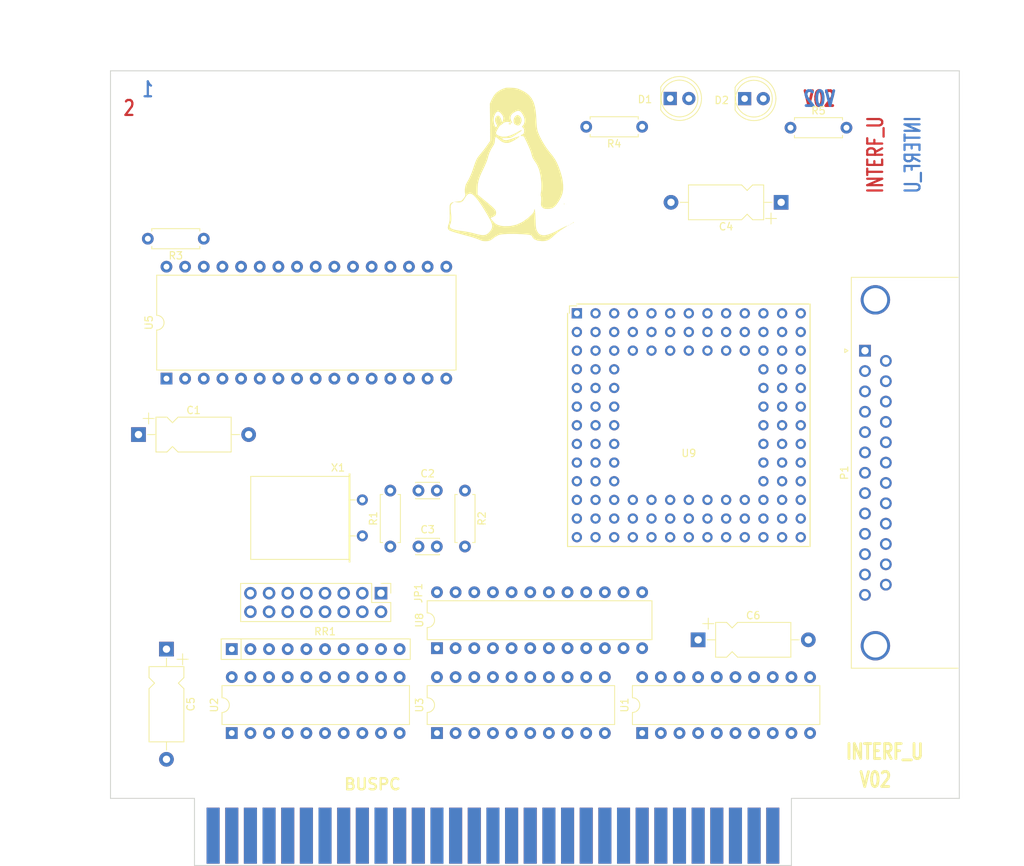
<source format=kicad_pcb>
(kicad_pcb (version 20241229) (generator "pcbnew") (generator_version "9.0")
  (title_block (title "Demo") (rev "2.C") (company "Kicad"))
  (layers (0 "F.Cu" signal "top_copper") (2 "B.Cu" signal "bottom_copper") (13 "F.Paste" user) (15 "B.Paste" user) (5 "F.SilkS" user "F.Silkscreen") (7 "B.SilkS" user "B.Silkscreen") (1 "F.Mask" user) (3 "B.Mask" user) (25 "Edge.Cuts" user))
  (net 0 "")
  (net 1 "/8MH-OUT")
  (net 2 "/ACK")
  (net 3 "/AUTOFD-")
  (net 4 "/BIT0")
  (net 5 "/BIT1")
  (net 6 "/BIT2")
  (net 7 "/BIT3")
  (net 8 "/BIT4")
  (net 9 "/BIT5")
  (net 10 "/BIT6")
  (net 11 "/BIT7")
  (net 12 "/BUST+")
  (net 13 "/CLKLCA")
  (net 14 "/CS1-")
  (net 15 "/D0")
  (net 16 "/D1")
  (net 17 "/D2")
  (net 18 "/D3")
  (net 19 "/D4")
  (net 20 "/D5")
  (net 21 "/D6")
  (net 22 "/D7")
  (net 23 "/DIR")
  (net 24 "/DONE")
  (net 25 "/ENBBUF")
  (net 26 "/ERROR-")
  (net 27 "/INIT-")
  (net 28 "/LED1")
  (net 29 "/LED2")
  (net 30 "/MA0")
  (net 31 "/MA1")
  (net 32 "/MA10")
  (net 33 "/MA11")
  (net 34 "/MA12")
  (net 35 "/MA13")
  (net 36 "/MA14")
  (net 37 "/MA15")
  (net 38 "/MA16")
  (net 39 "/MA2")
  (net 40 "/MA3")
  (net 41 "/MA4")
  (net 42 "/MA5")
  (net 43 "/MA6")
  (net 44 "/MA7")
  (net 45 "/MA8")
  (net 46 "/MA9")
  (net 47 "/MATCHL")
  (net 48 "/MD0")
  (net 49 "/MD1")
  (net 50 "/MD2")
  (net 51 "/MD3")
  (net 52 "/MD4")
  (net 53 "/MD5")
  (net 54 "/MD6")
  (net 55 "/MD7")
  (net 56 "/OE-")
  (net 57 "/PC-A0")
  (net 58 "/PC-A1")
  (net 59 "/PC-A10")
  (net 60 "/PC-A11")
  (net 61 "/PC-A2")
  (net 62 "/PC-A3")
  (net 63 "/PC-A4")
  (net 64 "/PC-A5")
  (net 65 "/PC-A6")
  (net 66 "/PC-A7")
  (net 67 "/PC-A8")
  (net 68 "/PC-A9")
  (net 69 "/PC-AEN")
  (net 70 "/PC-DB0")
  (net 71 "/PC-DB1")
  (net 72 "/PC-DB2")
  (net 73 "/PC-DB3")
  (net 74 "/PC-DB4")
  (net 75 "/PC-DB5")
  (net 76 "/PC-DB6")
  (net 77 "/PC-DB7")
  (net 78 "/PC-IOR")
  (net 79 "/PC-IOW")
  (net 80 "/PC-RD")
  (net 81 "/PC-RST")
  (net 82 "/PC-WR")
  (net 83 "/PE+")
  (net 84 "/PROG-")
  (net 85 "/REF10")
  (net 86 "/REF11")
  (net 87 "/REF4")
  (net 88 "/REF5")
  (net 89 "/REF6")
  (net 90 "/REF7")
  (net 91 "/REF8")
  (net 92 "/REF9")
  (net 93 "/RSTL")
  (net 94 "/SEL_LPT")
  (net 95 "/SLCT+")
  (net 96 "/SLCTIN-")
  (net 97 "/STROBE")
  (net 98 "/WR-")
  (net 99 "/WR_REG")
  (net 100 "GND")
  (net 101 "VCC")
  (net 103 "Net-(C3-Pad1)")
  (net 137 "Net-(U9-P{slash}A3)")
  (net 138 "Net-(D1-A)")
  (net 139 "Net-(D2-A)")
  (net 140 "Net-(U5-CS2)")
  (net 143 "Net-(U3-Y3)")
  (net 144 "Net-(U3-Y2)")
  (net 145 "Net-(U3-Y1)")
  (net 146 "Net-(U3-Y0)")
  (footprint "interf_u:R_Axial_DIN0207_L6.3mm_D2.5mm_P7.62mm_Horizontal" (layer "F.Cu") (at 171.958 42.037)
    (property "Reference" "R5" (at 3.81 -2.31 0) (layer "F.SilkS"))
    (property "Value" "330")
    (pad "1" thru_hole circle (at 0 0) (size 1.6 1.6) (drill 0.8) (layers "*.Cu" "*.Mask") (net 139 "Net-(D2-A)"))
    (pad "2" thru_hole oval (at 7.62 0) (size 1.6 1.6) (drill 0.8) (layers "*.Cu" "*.Mask") (net 29 "/LED2"))
  )
  (footprint "interf_u:CP_Axial_L10.0mm_D4.5mm_P15.00mm_Horizontal" (layer "F.Cu") (at 159.385 111.76)
    (property "Reference" "C6" (at 7.5 -3.31 0) (layer "F.SilkS"))
    (property "Value" "47uF")
    (pad "1" thru_hole rect (at 0 0) (size 2 2) (drill 1) (layers "*.Cu" "*.Mask") (net 101 "VCC"))
    (pad "2" thru_hole oval (at 15 0) (size 2 2) (drill 1) (layers "*.Cu" "*.Mask") (net 100 "GND"))
  )
  (footprint "interf_u:CP_Axial_L10.0mm_D4.5mm_P15.00mm_Horizontal" (layer "F.Cu") (at 86.995 113.03 -90)
    (property "Reference" "C5" (at 7.5 -3.31 270) (layer "F.SilkS"))
    (property "Value" "47uF")
    (pad "1" thru_hole rect (at 0 0 270) (size 2 2) (drill 1) (layers "*.Cu" "*.Mask") (net 101 "VCC"))
    (pad "2" thru_hole oval (at 15 0 270) (size 2 2) (drill 1) (layers "*.Cu" "*.Mask") (net 100 "GND"))
  )
  (footprint "interf_u:CP_Axial_L10.0mm_D4.5mm_P15.00mm_Horizontal" (layer "F.Cu") (at 170.688 52.197 180)
    (property "Reference" "C4" (at 7.5 -3.31 180) (layer "F.SilkS"))
    (property "Value" "47uF")
    (pad "1" thru_hole rect (at 0 0 180) (size 2 2) (drill 1) (layers "*.Cu" "*.Mask") (net 101 "VCC"))
    (pad "2" thru_hole oval (at 15 0 180) (size 2 2) (drill 1) (layers "*.Cu" "*.Mask") (net 100 "GND"))
  )
  (footprint "interf_u:CP_Axial_L10.0mm_D4.5mm_P15.00mm_Horizontal" (layer "F.Cu") (at 83.185 83.82)
    (property "Reference" "C1" (at 7.5 -3.31 0) (layer "F.SilkS"))
    (property "Value" "47uF")
    (pad "1" thru_hole rect (at 0 0) (size 2 2) (drill 1) (layers "*.Cu" "*.Mask") (net 101 "VCC"))
    (pad "2" thru_hole oval (at 15 0) (size 2 2) (drill 1) (layers "*.Cu" "*.Mask") (net 100 "GND"))
  )
  (footprint "interf_u:C_Disc_D3.0mm_W2.0mm_P2.50mm" (layer "F.Cu") (at 121.305 91.44)
    (property "Reference" "C2" (at 1.25 -2.31 0) (layer "F.SilkS"))
    (property "Value" "47pF")
    (pad "1" thru_hole circle (at 0 0) (size 1.6 1.6) (drill 0.8) (layers "*.Cu" "*.Mask") (net 137 "Net-(U9-P{slash}A3)"))
    (pad "2" thru_hole circle (at 2.5 0) (size 1.6 1.6) (drill 0.8) (layers "*.Cu" "*.Mask") (net 100 "GND"))
  )
  (footprint "interf_u:C_Disc_D3.0mm_W2.0mm_P2.50mm" (layer "F.Cu") (at 121.305 99.06)
    (property "Reference" "C3" (at 1.25 -2.31 0) (layer "F.SilkS"))
    (property "Value" "47pF")
    (pad "1" thru_hole circle (at 0 0) (size 1.6 1.6) (drill 0.8) (layers "*.Cu" "*.Mask") (net 103 "Net-(C3-Pad1)"))
    (pad "2" thru_hole circle (at 2.5 0) (size 1.6 1.6) (drill 0.8) (layers "*.Cu" "*.Mask") (net 100 "GND"))
  )
  (footprint "interf_u:PinHeader_2x08_P2.54mm_Vertical" (layer "F.Cu") (at 116.205 105.41 -90)
    (property "Reference" "JP1" (at 0 -5.1 270) (layer "F.SilkS"))
    (property "Value" "CONN_8X2" (hide yes))
    (pad "1" thru_hole rect (at 0 0 270) (size 1.7 1.7) (drill 1) (layers "*.Cu" "*.Mask") (net 100 "GND"))
    (pad "2" thru_hole oval (at 2.54 0 270) (size 1.7 1.7) (drill 1) (layers "*.Cu" "*.Mask") (net 85 "/REF10"))
    (pad "3" thru_hole oval (at 0 2.54 270) (size 1.7 1.7) (drill 1) (layers "*.Cu" "*.Mask") (net 100 "GND"))
    (pad "4" thru_hole oval (at 2.54 2.54 270) (size 1.7 1.7) (drill 1) (layers "*.Cu" "*.Mask") (net 86 "/REF11"))
    (pad "5" thru_hole oval (at 0 5.08 270) (size 1.7 1.7) (drill 1) (layers "*.Cu" "*.Mask") (net 100 "GND"))
    (pad "6" thru_hole oval (at 2.54 5.08 270) (size 1.7 1.7) (drill 1) (layers "*.Cu" "*.Mask") (net 90 "/REF7"))
    (pad "7" thru_hole oval (at 0 7.62 270) (size 1.7 1.7) (drill 1) (layers "*.Cu" "*.Mask") (net 100 "GND"))
    (pad "8" thru_hole oval (at 2.54 7.62 270) (size 1.7 1.7) (drill 1) (layers "*.Cu" "*.Mask") (net 92 "/REF9"))
    (pad "9" thru_hole oval (at 0 10.16 270) (size 1.7 1.7) (drill 1) (layers "*.Cu" "*.Mask") (net 100 "GND"))
    (pad "10" thru_hole oval (at 2.54 10.16 270) (size 1.7 1.7) (drill 1) (layers "*.Cu" "*.Mask") (net 89 "/REF6"))
    (pad "11" thru_hole oval (at 0 12.7 270) (size 1.7 1.7) (drill 1) (layers "*.Cu" "*.Mask") (net 100 "GND"))
    (pad "12" thru_hole oval (at 2.54 12.7 270) (size 1.7 1.7) (drill 1) (layers "*.Cu" "*.Mask") (net 91 "/REF8"))
    (pad "13" thru_hole oval (at 0 15.24 270) (size 1.7 1.7) (drill 1) (layers "*.Cu" "*.Mask") (net 100 "GND"))
    (pad "14" thru_hole oval (at 2.54 15.24 270) (size 1.7 1.7) (drill 1) (layers "*.Cu" "*.Mask") (net 87 "/REF4"))
    (pad "15" thru_hole oval (at 0 17.78 270) (size 1.7 1.7) (drill 1) (layers "*.Cu" "*.Mask") (net 100 "GND"))
    (pad "16" thru_hole oval (at 2.54 17.78 270) (size 1.7 1.7) (drill 1) (layers "*.Cu" "*.Mask") (net 88 "/REF5"))
  )
  (footprint "interf_u:DIP-20_W7.62mm" (layer "F.Cu") (at 151.765 124.46 90)
    (property "Reference" "U1" (at 3.81 -2.39 90) (layer "F.SilkS"))
    (property "Value" "74LS245")
    (pad "1" thru_hole rect (at 0 0 90) (size 1.6 1.6) (drill 0.8) (layers "*.Cu" "*.Mask") (net 23 "/DIR"))
    (pad "2" thru_hole oval (at 0 2.54 90) (size 1.6 1.6) (drill 0.8) (layers "*.Cu" "*.Mask") (net 70 "/PC-DB0"))
    (pad "3" thru_hole oval (at 0 5.08 90) (size 1.6 1.6) (drill 0.8) (layers "*.Cu" "*.Mask") (net 71 "/PC-DB1"))
    (pad "4" thru_hole oval (at 0 7.62 90) (size 1.6 1.6) (drill 0.8) (layers "*.Cu" "*.Mask") (net 72 "/PC-DB2"))
    (pad "5" thru_hole oval (at 0 10.16 90) (size 1.6 1.6) (drill 0.8) (layers "*.Cu" "*.Mask") (net 73 "/PC-DB3"))
    (pad "6" thru_hole oval (at 0 12.7 90) (size 1.6 1.6) (drill 0.8) (layers "*.Cu" "*.Mask") (net 74 "/PC-DB4"))
    (pad "7" thru_hole oval (at 0 15.24 90) (size 1.6 1.6) (drill 0.8) (layers "*.Cu" "*.Mask") (net 75 "/PC-DB5"))
    (pad "8" thru_hole oval (at 0 17.78 90) (size 1.6 1.6) (drill 0.8) (layers "*.Cu" "*.Mask") (net 76 "/PC-DB6"))
    (pad "9" thru_hole oval (at 0 20.32 90) (size 1.6 1.6) (drill 0.8) (layers "*.Cu" "*.Mask") (net 77 "/PC-DB7"))
    (pad "10" thru_hole oval (at 0 22.86 90) (size 1.6 1.6) (drill 0.8) (layers "*.Cu" "*.Mask") (net 100 "GND"))
    (pad "11" thru_hole oval (at 7.62 22.86 90) (size 1.6 1.6) (drill 0.8) (layers "*.Cu" "*.Mask") (net 22 "/D7"))
    (pad "12" thru_hole oval (at 7.62 20.32 90) (size 1.6 1.6) (drill 0.8) (layers "*.Cu" "*.Mask") (net 21 "/D6"))
    (pad "13" thru_hole oval (at 7.62 17.78 90) (size 1.6 1.6) (drill 0.8) (layers "*.Cu" "*.Mask") (net 20 "/D5"))
    (pad "14" thru_hole oval (at 7.62 15.24 90) (size 1.6 1.6) (drill 0.8) (layers "*.Cu" "*.Mask") (net 19 "/D4"))
    (pad "15" thru_hole oval (at 7.62 12.7 90) (size 1.6 1.6) (drill 0.8) (layers "*.Cu" "*.Mask") (net 18 "/D3"))
    (pad "16" thru_hole oval (at 7.62 10.16 90) (size 1.6 1.6) (drill 0.8) (layers "*.Cu" "*.Mask") (net 17 "/D2"))
    (pad "17" thru_hole oval (at 7.62 7.62 90) (size 1.6 1.6) (drill 0.8) (layers "*.Cu" "*.Mask") (net 16 "/D1"))
    (pad "18" thru_hole oval (at 7.62 5.08 90) (size 1.6 1.6) (drill 0.8) (layers "*.Cu" "*.Mask") (net 15 "/D0"))
    (pad "19" thru_hole oval (at 7.62 2.54 90) (size 1.6 1.6) (drill 0.8) (layers "*.Cu" "*.Mask") (net 25 "/ENBBUF"))
    (pad "20" thru_hole oval (at 7.62 0 90) (size 1.6 1.6) (drill 0.8) (layers "*.Cu" "*.Mask") (net 101 "VCC"))
  )
  (footprint "interf_u:DIP-20_W7.62mm" (layer "F.Cu") (at 95.885 124.46 90)
    (property "Reference" "U2" (at 3.81 -2.39 90) (layer "F.SilkS"))
    (property "Value" "74LS688")
    (pad "1" thru_hole rect (at 0 0 90) (size 1.6 1.6) (drill 0.8) (layers "*.Cu" "*.Mask") (net 69 "/PC-AEN"))
    (pad "2" thru_hole oval (at 0 2.54 90) (size 1.6 1.6) (drill 0.8) (layers "*.Cu" "*.Mask") (net 64 "/PC-A5"))
    (pad "3" thru_hole oval (at 0 5.08 90) (size 1.6 1.6) (drill 0.8) (layers "*.Cu" "*.Mask") (net 88 "/REF5"))
    (pad "4" thru_hole oval (at 0 7.62 90) (size 1.6 1.6) (drill 0.8) (layers "*.Cu" "*.Mask") (net 67 "/PC-A8"))
    (pad "5" thru_hole oval (at 0 10.16 90) (size 1.6 1.6) (drill 0.8) (layers "*.Cu" "*.Mask") (net 91 "/REF8"))
    (pad "6" thru_hole oval (at 0 12.7 90) (size 1.6 1.6) (drill 0.8) (layers "*.Cu" "*.Mask") (net 68 "/PC-A9"))
    (pad "7" thru_hole oval (at 0 15.24 90) (size 1.6 1.6) (drill 0.8) (layers "*.Cu" "*.Mask") (net 92 "/REF9"))
    (pad "8" thru_hole oval (at 0 17.78 90) (size 1.6 1.6) (drill 0.8) (layers "*.Cu" "*.Mask") (net 60 "/PC-A11"))
    (pad "9" thru_hole oval (at 0 20.32 90) (size 1.6 1.6) (drill 0.8) (layers "*.Cu" "*.Mask") (net 86 "/REF11"))
    (pad "10" thru_hole oval (at 0 22.86 90) (size 1.6 1.6) (drill 0.8) (layers "*.Cu" "*.Mask") (net 100 "GND"))
    (pad "11" thru_hole oval (at 7.62 22.86 90) (size 1.6 1.6) (drill 0.8) (layers "*.Cu" "*.Mask") (net 59 "/PC-A10"))
    (pad "12" thru_hole oval (at 7.62 20.32 90) (size 1.6 1.6) (drill 0.8) (layers "*.Cu" "*.Mask") (net 85 "/REF10"))
    (pad "13" thru_hole oval (at 7.62 17.78 90) (size 1.6 1.6) (drill 0.8) (layers "*.Cu" "*.Mask") (net 66 "/PC-A7"))
    (pad "14" thru_hole oval (at 7.62 15.24 90) (size 1.6 1.6) (drill 0.8) (layers "*.Cu" "*.Mask") (net 90 "/REF7"))
    (pad "15" thru_hole oval (at 7.62 12.7 90) (size 1.6 1.6) (drill 0.8) (layers "*.Cu" "*.Mask") (net 65 "/PC-A6"))
    (pad "16" thru_hole oval (at 7.62 10.16 90) (size 1.6 1.6) (drill 0.8) (layers "*.Cu" "*.Mask") (net 89 "/REF6"))
    (pad "17" thru_hole oval (at 7.62 7.62 90) (size 1.6 1.6) (drill 0.8) (layers "*.Cu" "*.Mask") (net 63 "/PC-A4"))
    (pad "18" thru_hole oval (at 7.62 5.08 90) (size 1.6 1.6) (drill 0.8) (layers "*.Cu" "*.Mask") (net 87 "/REF4"))
    (pad "19" thru_hole oval (at 7.62 2.54 90) (size 1.6 1.6) (drill 0.8) (layers "*.Cu" "*.Mask") (net 47 "/MATCHL"))
    (pad "20" thru_hole oval (at 7.62 0 90) (size 1.6 1.6) (drill 0.8) (layers "*.Cu" "*.Mask") (net 101 "VCC"))
  )
  (footprint "interf_u:DIP-20_W7.62mm" (layer "F.Cu") (at 123.825 124.46 90)
    (property "Reference" "U3" (at 3.81 -2.39 90) (layer "F.SilkS"))
    (property "Value" "74LS541")
    (pad "1" thru_hole rect (at 0 0 90) (size 1.6 1.6) (drill 0.8) (layers "*.Cu" "*.Mask") (net 100 "GND"))
    (pad "2" thru_hole oval (at 0 2.54 90) (size 1.6 1.6) (drill 0.8) (layers "*.Cu" "*.Mask") (net 58 "/PC-A1"))
    (pad "3" thru_hole oval (at 0 5.08 90) (size 1.6 1.6) (drill 0.8) (layers "*.Cu" "*.Mask") (net 57 "/PC-A0"))
    (pad "4" thru_hole oval (at 0 7.62 90) (size 1.6 1.6) (drill 0.8) (layers "*.Cu" "*.Mask") (net 61 "/PC-A2"))
    (pad "5" thru_hole oval (at 0 10.16 90) (size 1.6 1.6) (drill 0.8) (layers "*.Cu" "*.Mask") (net 62 "/PC-A3"))
    (pad "6" thru_hole oval (at 0 12.7 90) (size 1.6 1.6) (drill 0.8) (layers "*.Cu" "*.Mask") (net 79 "/PC-IOW"))
    (pad "7" thru_hole oval (at 0 15.24 90) (size 1.6 1.6) (drill 0.8) (layers "*.Cu" "*.Mask") (net 78 "/PC-IOR"))
    (pad "8" thru_hole oval (at 0 17.78 90) (size 1.6 1.6) (drill 0.8) (layers "*.Cu" "*.Mask") (net 81 "/PC-RST"))
    (pad "9" thru_hole oval (at 0 20.32 90) (size 1.6 1.6) (drill 0.8) (layers "*.Cu" "*.Mask") (net 81 "/PC-RST"))
    (pad "10" thru_hole oval (at 0 22.86 90) (size 1.6 1.6) (drill 0.8) (layers "*.Cu" "*.Mask") (net 100 "GND"))
    (pad "11" thru_hole oval (at 7.62 22.86 90) (size 1.6 1.6) (drill 0.8) (layers "*.Cu" "*.Mask"))
    (pad "12" thru_hole oval (at 7.62 20.32 90) (size 1.6 1.6) (drill 0.8) (layers "*.Cu" "*.Mask") (net 93 "/RSTL"))
    (pad "13" thru_hole oval (at 7.62 17.78 90) (size 1.6 1.6) (drill 0.8) (layers "*.Cu" "*.Mask") (net 80 "/PC-RD"))
    (pad "14" thru_hole oval (at 7.62 15.24 90) (size 1.6 1.6) (drill 0.8) (layers "*.Cu" "*.Mask") (net 82 "/PC-WR"))
    (pad "15" thru_hole oval (at 7.62 12.7 90) (size 1.6 1.6) (drill 0.8) (layers "*.Cu" "*.Mask") (net 143 "Net-(U3-Y3)"))
    (pad "16" thru_hole oval (at 7.62 10.16 90) (size 1.6 1.6) (drill 0.8) (layers "*.Cu" "*.Mask") (net 144 "Net-(U3-Y2)"))
    (pad "17" thru_hole oval (at 7.62 7.62 90) (size 1.6 1.6) (drill 0.8) (layers "*.Cu" "*.Mask") (net 145 "Net-(U3-Y1)"))
    (pad "18" thru_hole oval (at 7.62 5.08 90) (size 1.6 1.6) (drill 0.8) (layers "*.Cu" "*.Mask") (net 146 "Net-(U3-Y0)"))
    (pad "19" thru_hole oval (at 7.62 2.54 90) (size 1.6 1.6) (drill 0.8) (layers "*.Cu" "*.Mask") (net 100 "GND"))
    (pad "20" thru_hole oval (at 7.62 0 90) (size 1.6 1.6) (drill 0.8) (layers "*.Cu" "*.Mask") (net 101 "VCC"))
  )
  (footprint "interf_u:DIP-32_W15.24mm" (layer "F.Cu") (at 86.995 76.2 90)
    (property "Reference" "U5" (at 7.62 -2.39 90) (layer "F.SilkS"))
    (property "Value" "628128")
    (pad "1" thru_hole rect (at 0 0 90) (size 1.6 1.6) (drill 0.8) (layers "*.Cu" "*.Mask"))
    (pad "2" thru_hole oval (at 0 2.54 90) (size 1.6 1.6) (drill 0.8) (layers "*.Cu" "*.Mask") (net 38 "/MA16"))
    (pad "3" thru_hole oval (at 0 5.08 90) (size 1.6 1.6) (drill 0.8) (layers "*.Cu" "*.Mask") (net 36 "/MA14"))
    (pad "4" thru_hole oval (at 0 7.62 90) (size 1.6 1.6) (drill 0.8) (layers "*.Cu" "*.Mask") (net 34 "/MA12"))
    (pad "5" thru_hole oval (at 0 10.16 90) (size 1.6 1.6) (drill 0.8) (layers "*.Cu" "*.Mask") (net 44 "/MA7"))
    (pad "6" thru_hole oval (at 0 12.7 90) (size 1.6 1.6) (drill 0.8) (layers "*.Cu" "*.Mask") (net 43 "/MA6"))
    (pad "7" thru_hole oval (at 0 15.24 90) (size 1.6 1.6) (drill 0.8) (layers "*.Cu" "*.Mask") (net 42 "/MA5"))
    (pad "8" thru_hole oval (at 0 17.78 90) (size 1.6 1.6) (drill 0.8) (layers "*.Cu" "*.Mask") (net 41 "/MA4"))
    (pad "9" thru_hole oval (at 0 20.32 90) (size 1.6 1.6) (drill 0.8) (layers "*.Cu" "*.Mask") (net 40 "/MA3"))
    (pad "10" thru_hole oval (at 0 22.86 90) (size 1.6 1.6) (drill 0.8) (layers "*.Cu" "*.Mask") (net 39 "/MA2"))
    (pad "11" thru_hole oval (at 0 25.4 90) (size 1.6 1.6) (drill 0.8) (layers "*.Cu" "*.Mask") (net 31 "/MA1"))
    (pad "12" thru_hole oval (at 0 27.94 90) (size 1.6 1.6) (drill 0.8) (layers "*.Cu" "*.Mask") (net 30 "/MA0"))
    (pad "13" thru_hole oval (at 0 30.48 90) (size 1.6 1.6) (drill 0.8) (layers "*.Cu" "*.Mask") (net 48 "/MD0"))
    (pad "14" thru_hole oval (at 0 33.02 90) (size 1.6 1.6) (drill 0.8) (layers "*.Cu" "*.Mask") (net 49 "/MD1"))
    (pad "15" thru_hole oval (at 0 35.56 90) (size 1.6 1.6) (drill 0.8) (layers "*.Cu" "*.Mask") (net 50 "/MD2"))
    (pad "16" thru_hole oval (at 0 38.1 90) (size 1.6 1.6) (drill 0.8) (layers "*.Cu" "*.Mask") (net 100 "GND"))
    (pad "17" thru_hole oval (at 15.24 38.1 90) (size 1.6 1.6) (drill 0.8) (layers "*.Cu" "*.Mask") (net 51 "/MD3"))
    (pad "18" thru_hole oval (at 15.24 35.56 90) (size 1.6 1.6) (drill 0.8) (layers "*.Cu" "*.Mask") (net 52 "/MD4"))
    (pad "19" thru_hole oval (at 15.24 33.02 90) (size 1.6 1.6) (drill 0.8) (layers "*.Cu" "*.Mask") (net 53 "/MD5"))
    (pad "20" thru_hole oval (at 15.24 30.48 90) (size 1.6 1.6) (drill 0.8) (layers "*.Cu" "*.Mask") (net 54 "/MD6"))
    (pad "21" thru_hole oval (at 15.24 27.94 90) (size 1.6 1.6) (drill 0.8) (layers "*.Cu" "*.Mask") (net 55 "/MD7"))
    (pad "22" thru_hole oval (at 15.24 25.4 90) (size 1.6 1.6) (drill 0.8) (layers "*.Cu" "*.Mask") (net 14 "/CS1-"))
    (pad "23" thru_hole oval (at 15.24 22.86 90) (size 1.6 1.6) (drill 0.8) (layers "*.Cu" "*.Mask") (net 32 "/MA10"))
    (pad "24" thru_hole oval (at 15.24 20.32 90) (size 1.6 1.6) (drill 0.8) (layers "*.Cu" "*.Mask") (net 56 "/OE-"))
    (pad "25" thru_hole oval (at 15.24 17.78 90) (size 1.6 1.6) (drill 0.8) (layers "*.Cu" "*.Mask") (net 33 "/MA11"))
    (pad "26" thru_hole oval (at 15.24 15.24 90) (size 1.6 1.6) (drill 0.8) (layers "*.Cu" "*.Mask") (net 46 "/MA9"))
    (pad "27" thru_hole oval (at 15.24 12.7 90) (size 1.6 1.6) (drill 0.8) (layers "*.Cu" "*.Mask") (net 45 "/MA8"))
    (pad "28" thru_hole oval (at 15.24 10.16 90) (size 1.6 1.6) (drill 0.8) (layers "*.Cu" "*.Mask") (net 35 "/MA13"))
    (pad "29" thru_hole oval (at 15.24 7.62 90) (size 1.6 1.6) (drill 0.8) (layers "*.Cu" "*.Mask") (net 98 "/WR-"))
    (pad "30" thru_hole oval (at 15.24 5.08 90) (size 1.6 1.6) (drill 0.8) (layers "*.Cu" "*.Mask") (net 140 "Net-(U5-CS2)"))
    (pad "31" thru_hole oval (at 15.24 2.54 90) (size 1.6 1.6) (drill 0.8) (layers "*.Cu" "*.Mask") (net 37 "/MA15"))
    (pad "32" thru_hole oval (at 15.24 0 90) (size 1.6 1.6) (drill 0.8) (layers "*.Cu" "*.Mask") (net 101 "VCC"))
  )
  (footprint "interf_u:DIP-24_W7.62mm" (layer "F.Cu") (at 123.825 112.903 90)
    (property "Reference" "U8" (at 3.81 -2.39 90) (layer "F.SilkS"))
    (property "Value" "EP600")
    (pad "1" thru_hole rect (at 0 0 90) (size 1.6 1.6) (drill 0.8) (layers "*.Cu" "*.Mask") (net 100 "GND"))
    (pad "2" thru_hole oval (at 0 2.54 90) (size 1.6 1.6) (drill 0.8) (layers "*.Cu" "*.Mask") (net 47 "/MATCHL"))
    (pad "3" thru_hole oval (at 0 5.08 90) (size 1.6 1.6) (drill 0.8) (layers "*.Cu" "*.Mask") (net 146 "Net-(U3-Y0)"))
    (pad "4" thru_hole oval (at 0 7.62 90) (size 1.6 1.6) (drill 0.8) (layers "*.Cu" "*.Mask") (net 145 "Net-(U3-Y1)"))
    (pad "5" thru_hole oval (at 0 10.16 90) (size 1.6 1.6) (drill 0.8) (layers "*.Cu" "*.Mask") (net 144 "Net-(U3-Y2)"))
    (pad "6" thru_hole oval (at 0 12.7 90) (size 1.6 1.6) (drill 0.8) (layers "*.Cu" "*.Mask") (net 143 "Net-(U3-Y3)"))
    (pad "7" thru_hole oval (at 0 15.24 90) (size 1.6 1.6) (drill 0.8) (layers "*.Cu" "*.Mask") (net 82 "/PC-WR"))
    (pad "8" thru_hole oval (at 0 17.78 90) (size 1.6 1.6) (drill 0.8) (layers "*.Cu" "*.Mask"))
    (pad "9" thru_hole oval (at 0 20.32 90) (size 1.6 1.6) (drill 0.8) (layers "*.Cu" "*.Mask"))
    (pad "10" thru_hole oval (at 0 22.86 90) (size 1.6 1.6) (drill 0.8) (layers "*.Cu" "*.Mask"))
    (pad "11" thru_hole oval (at 0 25.4 90) (size 1.6 1.6) (drill 0.8) (layers "*.Cu" "*.Mask") (net 93 "/RSTL"))
    (pad "12" thru_hole oval (at 0 27.94 90) (size 1.6 1.6) (drill 0.8) (layers "*.Cu" "*.Mask") (net 100 "GND"))
    (pad "13" thru_hole oval (at 7.62 27.94 90) (size 1.6 1.6) (drill 0.8) (layers "*.Cu" "*.Mask") (net 99 "/WR_REG"))
    (pad "14" thru_hole oval (at 7.62 25.4 90) (size 1.6 1.6) (drill 0.8) (layers "*.Cu" "*.Mask") (net 80 "/PC-RD"))
    (pad "15" thru_hole oval (at 7.62 22.86 90) (size 1.6 1.6) (drill 0.8) (layers "*.Cu" "*.Mask") (net 99 "/WR_REG"))
    (pad "16" thru_hole oval (at 7.62 20.32 90) (size 1.6 1.6) (drill 0.8) (layers "*.Cu" "*.Mask") (net 13 "/CLKLCA"))
    (pad "17" thru_hole oval (at 7.62 17.78 90) (size 1.6 1.6) (drill 0.8) (layers "*.Cu" "*.Mask") (net 23 "/DIR"))
    (pad "18" thru_hole oval (at 7.62 15.24 90) (size 1.6 1.6) (drill 0.8) (layers "*.Cu" "*.Mask") (net 94 "/SEL_LPT"))
    (pad "19" thru_hole oval (at 7.62 12.7 90) (size 1.6 1.6) (drill 0.8) (layers "*.Cu" "*.Mask") (net 84 "/PROG-"))
    (pad "20" thru_hole oval (at 7.62 10.16 90) (size 1.6 1.6) (drill 0.8) (layers "*.Cu" "*.Mask") (net 24 "/DONE"))
    (pad "21" thru_hole oval (at 7.62 7.62 90) (size 1.6 1.6) (drill 0.8) (layers "*.Cu" "*.Mask") (net 15 "/D0"))
    (pad "22" thru_hole oval (at 7.62 5.08 90) (size 1.6 1.6) (drill 0.8) (layers "*.Cu" "*.Mask") (net 25 "/ENBBUF"))
    (pad "23" thru_hole oval (at 7.62 2.54 90) (size 1.6 1.6) (drill 0.8) (layers "*.Cu" "*.Mask") (net 101 "VCC"))
    (pad "24" thru_hole oval (at 7.62 0 90) (size 1.6 1.6) (drill 0.8) (layers "*.Cu" "*.Mask") (net 101 "VCC"))
  )
  (footprint "interf_u:Crystal_HC18-U_Horizontal" (layer "F.Cu") (at 113.665 92.71 -90)
    (property "Reference" "X1" (at -4.375 3.3125 0) (layer "F.SilkS"))
    (property "Value" "8MHz")
    (pad "1" thru_hole circle (at 0 0 270) (size 1.5 1.5) (drill 0.8) (layers "*.Cu" "*.Mask") (net 137 "Net-(U9-P{slash}A3)"))
    (pad "2" thru_hole circle (at 4.9 0 270) (size 1.5 1.5) (drill 0.8) (layers "*.Cu" "*.Mask") (net 103 "Net-(C3-Pad1)"))
  )
  (footprint "interf_u:R_Axial_DIN0207_L6.3mm_D2.5mm_P7.62mm_Horizontal" (layer "F.Cu") (at 151.765 41.91 180)
    (property "Reference" "R4" (at 3.81 -2.31 180) (layer "F.SilkS"))
    (property "Value" "330")
    (pad "1" thru_hole circle (at 0 0 180) (size 1.6 1.6) (drill 0.8) (layers "*.Cu" "*.Mask") (net 138 "Net-(D1-A)"))
    (pad "2" thru_hole oval (at 7.62 0 180) (size 1.6 1.6) (drill 0.8) (layers "*.Cu" "*.Mask") (net 28 "/LED1"))
  )
  (footprint "interf_u:LED_D5.0mm" (layer "F.Cu") (at 155.58 38.06)
    (property "Reference" "D1" (at -3.44 0.12 0) (layer "F.SilkS"))
    (property "Value" "LED")
    (pad "1" thru_hole rect (at 0 0) (size 1.8 1.8) (drill 0.9) (layers "*.Cu" "*.Mask") (net 100 "GND"))
    (pad "2" thru_hole circle (at 2.54 0) (size 1.8 1.8) (drill 0.9) (layers "*.Cu" "*.Mask") (net 138 "Net-(D1-A)"))
  )
  (footprint "interf_u:LED_D5.0mm" (layer "F.Cu") (at 165.71 38.08)
    (property "Reference" "D2" (at -3.12 0.22 0) (layer "F.SilkS"))
    (property "Value" "LED")
    (pad "1" thru_hole rect (at 0 0) (size 1.8 1.8) (drill 0.9) (layers "*.Cu" "*.Mask") (net 100 "GND"))
    (pad "2" thru_hole circle (at 2.54 0) (size 1.8 1.8) (drill 0.9) (layers "*.Cu" "*.Mask") (net 139 "Net-(D2-A)"))
  )
  (footprint "interf_u:DSUB-25_Female_Horizontal_P2.77x2.84mm_EdgePinOffset9.90mm_Housed_MountingHolesOffset11.32mm" (layer "F.Cu") (at 182.1 72.4 90)
    (property "Reference" "P1" (at -16.62 -2.8 90) (layer "F.SilkS"))
    (property "Value" "DB25FEMELLE")
    (pad "0" thru_hole circle (at -40.17 1.42 90) (size 4 4) (drill 3.2) (layers "*.Cu" "*.Mask"))
    (pad "0" thru_hole circle (at 6.93 1.42 90) (size 4 4) (drill 3.2) (layers "*.Cu" "*.Mask"))
    (pad "1" thru_hole rect (at 0 0 90) (size 1.6 1.6) (drill 1) (layers "*.Cu" "*.Mask") (net 97 "/STROBE"))
    (pad "2" thru_hole circle (at -2.77 0 90) (size 1.6 1.6) (drill 1) (layers "*.Cu" "*.Mask") (net 4 "/BIT0"))
    (pad "3" thru_hole circle (at -5.54 0 90) (size 1.6 1.6) (drill 1) (layers "*.Cu" "*.Mask") (net 5 "/BIT1"))
    (pad "4" thru_hole circle (at -8.31 0 90) (size 1.6 1.6) (drill 1) (layers "*.Cu" "*.Mask") (net 6 "/BIT2"))
    (pad "5" thru_hole circle (at -11.08 0 90) (size 1.6 1.6) (drill 1) (layers "*.Cu" "*.Mask") (net 7 "/BIT3"))
    (pad "6" thru_hole circle (at -13.85 0 90) (size 1.6 1.6) (drill 1) (layers "*.Cu" "*.Mask") (net 8 "/BIT4"))
    (pad "7" thru_hole circle (at -16.62 0 90) (size 1.6 1.6) (drill 1) (layers "*.Cu" "*.Mask") (net 9 "/BIT5"))
    (pad "8" thru_hole circle (at -19.39 0 90) (size 1.6 1.6) (drill 1) (layers "*.Cu" "*.Mask") (net 10 "/BIT6"))
    (pad "9" thru_hole circle (at -22.16 0 90) (size 1.6 1.6) (drill 1) (layers "*.Cu" "*.Mask") (net 11 "/BIT7"))
    (pad "10" thru_hole circle (at -24.93 0 90) (size 1.6 1.6) (drill 1) (layers "*.Cu" "*.Mask") (net 2 "/ACK"))
    (pad "11" thru_hole circle (at -27.7 0 90) (size 1.6 1.6) (drill 1) (layers "*.Cu" "*.Mask") (net 12 "/BUST+"))
    (pad "12" thru_hole circle (at -30.47 0 90) (size 1.6 1.6) (drill 1) (layers "*.Cu" "*.Mask") (net 83 "/PE+"))
    (pad "13" thru_hole circle (at -33.24 0 90) (size 1.6 1.6) (drill 1) (layers "*.Cu" "*.Mask") (net 95 "/SLCT+"))
    (pad "14" thru_hole circle (at -1.385 2.84 90) (size 1.6 1.6) (drill 1) (layers "*.Cu" "*.Mask") (net 3 "/AUTOFD-"))
    (pad "15" thru_hole circle (at -4.155 2.84 90) (size 1.6 1.6) (drill 1) (layers "*.Cu" "*.Mask") (net 26 "/ERROR-"))
    (pad "16" thru_hole circle (at -6.925 2.84 90) (size 1.6 1.6) (drill 1) (layers "*.Cu" "*.Mask") (net 27 "/INIT-"))
    (pad "17" thru_hole circle (at -9.695 2.84 90) (size 1.6 1.6) (drill 1) (layers "*.Cu" "*.Mask") (net 96 "/SLCTIN-"))
    (pad "18" thru_hole circle (at -12.465 2.84 90) (size 1.6 1.6) (drill 1) (layers "*.Cu" "*.Mask") (net 100 "GND"))
    (pad "19" thru_hole circle (at -15.235 2.84 90) (size 1.6 1.6) (drill 1) (layers "*.Cu" "*.Mask") (net 100 "GND"))
    (pad "20" thru_hole circle (at -18.005 2.84 90) (size 1.6 1.6) (drill 1) (layers "*.Cu" "*.Mask") (net 100 "GND"))
    (pad "21" thru_hole circle (at -20.775 2.84 90) (size 1.6 1.6) (drill 1) (layers "*.Cu" "*.Mask") (net 100 "GND"))
    (pad "22" thru_hole circle (at -23.545 2.84 90) (size 1.6 1.6) (drill 1) (layers "*.Cu" "*.Mask") (net 100 "GND"))
    (pad "23" thru_hole circle (at -26.315 2.84 90) (size 1.6 1.6) (drill 1) (layers "*.Cu" "*.Mask") (net 100 "GND"))
    (pad "24" thru_hole circle (at -29.085 2.84 90) (size 1.6 1.6) (drill 1) (layers "*.Cu" "*.Mask") (net 100 "GND"))
    (pad "25" thru_hole circle (at -31.855 2.84 90) (size 1.6 1.6) (drill 1) (layers "*.Cu" "*.Mask") (net 100 "GND"))
  )
  (footprint "interf_u:R_Array_SIP10" (layer "F.Cu") (at 95.885 113.03)
    (property "Reference" "RR1" (at 12.7 -2.4 0) (layer "F.SilkS"))
    (property "Value" "9x1K")
    (pad "1" thru_hole rect (at 0 0) (size 1.6 1.6) (drill 0.8) (layers "*.Cu" "*.Mask") (net 101 "VCC"))
    (pad "2" thru_hole oval (at 2.54 0) (size 1.6 1.6) (drill 0.8) (layers "*.Cu" "*.Mask") (net 88 "/REF5"))
    (pad "3" thru_hole oval (at 5.08 0) (size 1.6 1.6) (drill 0.8) (layers "*.Cu" "*.Mask") (net 87 "/REF4"))
    (pad "4" thru_hole oval (at 7.62 0) (size 1.6 1.6) (drill 0.8) (layers "*.Cu" "*.Mask") (net 91 "/REF8"))
    (pad "5" thru_hole oval (at 10.16 0) (size 1.6 1.6) (drill 0.8) (layers "*.Cu" "*.Mask") (net 89 "/REF6"))
    (pad "6" thru_hole oval (at 12.7 0) (size 1.6 1.6) (drill 0.8) (layers "*.Cu" "*.Mask") (net 92 "/REF9"))
    (pad "7" thru_hole oval (at 15.24 0) (size 1.6 1.6) (drill 0.8) (layers "*.Cu" "*.Mask") (net 90 "/REF7"))
    (pad "8" thru_hole oval (at 17.78 0) (size 1.6 1.6) (drill 0.8) (layers "*.Cu" "*.Mask") (net 86 "/REF11"))
    (pad "9" thru_hole oval (at 20.32 0) (size 1.6 1.6) (drill 0.8) (layers "*.Cu" "*.Mask") (net 85 "/REF10"))
    (pad "10" thru_hole oval (at 22.86 0) (size 1.6 1.6) (drill 0.8) (layers "*.Cu" "*.Mask"))
  )
  (footprint "interf_u:PGA120" (layer "F.Cu") (at 158.115 82.55 180)
    (property "Reference" "U9" (at 0 -3.81 180) (layer "F.SilkS"))
    (property "Value" "4003APG120")
    (pad "A1" thru_hole rect (at 15.24 15.24 180) (size 1.4 1.4) (drill 0.8) (layers "*.Cu" "*.Mask"))
    (pad "A2" thru_hole circle (at 12.7 15.24 180) (size 1.4 1.4) (drill 0.8) (layers "*.Cu" "*.Mask"))
    (pad "A3" thru_hole circle (at 10.16 15.24 180) (size 1.4 1.4) (drill 0.8) (layers "*.Cu" "*.Mask"))
    (pad "A4" thru_hole circle (at 7.62 15.24 180) (size 1.4 1.4) (drill 0.8) (layers "*.Cu" "*.Mask") (net 46 "/MA9"))
    (pad "A5" thru_hole circle (at 5.08 15.24 180) (size 1.4 1.4) (drill 0.8) (layers "*.Cu" "*.Mask") (net 49 "/MD1"))
    (pad "A6" thru_hole circle (at 2.54 15.24 180) (size 1.4 1.4) (drill 0.8) (layers "*.Cu" "*.Mask") (net 51 "/MD3"))
    (pad "A7" thru_hole circle (at 0 15.24 180) (size 1.4 1.4) (drill 0.8) (layers "*.Cu" "*.Mask") (net 52 "/MD4"))
    (pad "A8" thru_hole circle (at -2.54 15.24 180) (size 1.4 1.4) (drill 0.8) (layers "*.Cu" "*.Mask") (net 53 "/MD5"))
    (pad "A9" thru_hole circle (at -5.08 15.24 180) (size 1.4 1.4) (drill 0.8) (layers "*.Cu" "*.Mask") (net 54 "/MD6"))
    (pad "A10" thru_hole circle (at -7.62 15.24 180) (size 1.4 1.4) (drill 0.8) (layers "*.Cu" "*.Mask") (net 14 "/CS1-"))
    (pad "A11" thru_hole circle (at -10.16 15.24 180) (size 1.4 1.4) (drill 0.8) (layers "*.Cu" "*.Mask") (net 30 "/MA0"))
    (pad "A12" thru_hole circle (at -12.7 15.24 180) (size 1.4 1.4) (drill 0.8) (layers "*.Cu" "*.Mask") (net 97 "/STROBE"))
    (pad "A13" thru_hole circle (at -15.24 15.24 180) (size 1.4 1.4) (drill 0.8) (layers "*.Cu" "*.Mask") (net 98 "/WR-"))
    (pad "B1" thru_hole circle (at 15.24 12.7 180) (size 1.4 1.4) (drill 0.8) (layers "*.Cu" "*.Mask"))
    (pad "B2" thru_hole circle (at 12.7 12.7 180) (size 1.4 1.4) (drill 0.8) (layers "*.Cu" "*.Mask") (net 31 "/MA1"))
    (pad "B3" thru_hole circle (at 10.16 12.7 180) (size 1.4 1.4) (drill 0.8) (layers "*.Cu" "*.Mask") (net 44 "/MA7"))
    (pad "B4" thru_hole circle (at 7.62 12.7 180) (size 1.4 1.4) (drill 0.8) (layers "*.Cu" "*.Mask"))
    (pad "B5" thru_hole circle (at 5.08 12.7 180) (size 1.4 1.4) (drill 0.8) (layers "*.Cu" "*.Mask"))
    (pad "B6" thru_hole circle (at 2.54 12.7 180) (size 1.4 1.4) (drill 0.8) (layers "*.Cu" "*.Mask") (net 50 "/MD2"))
    (pad "B7" thru_hole circle (at 0 12.7 180) (size 1.4 1.4) (drill 0.8) (layers "*.Cu" "*.Mask") (net 100 "GND"))
    (pad "B8" thru_hole circle (at -2.54 12.7 180) (size 1.4 1.4) (drill 0.8) (layers "*.Cu" "*.Mask") (net 55 "/MD7"))
    (pad "B9" thru_hole circle (at -5.08 12.7 180) (size 1.4 1.4) (drill 0.8) (layers "*.Cu" "*.Mask") (net 56 "/OE-"))
    (pad "B10" thru_hole circle (at -7.62 12.7 180) (size 1.4 1.4) (drill 0.8) (layers "*.Cu" "*.Mask"))
    (pad "B11" thru_hole circle (at -10.16 12.7 180) (size 1.4 1.4) (drill 0.8) (layers "*.Cu" "*.Mask") (net 101 "VCC"))
    (pad "B12" thru_hole circle (at -12.7 12.7 180) (size 1.4 1.4) (drill 0.8) (layers "*.Cu" "*.Mask") (net 101 "VCC"))
    (pad "B13" thru_hole circle (at -15.24 12.7 180) (size 1.4 1.4) (drill 0.8) (layers "*.Cu" "*.Mask"))
    (pad "C1" thru_hole circle (at 15.24 10.16 180) (size 1.4 1.4) (drill 0.8) (layers "*.Cu" "*.Mask") (net 35 "/MA13"))
    (pad "C2" thru_hole circle (at 12.7 10.16 180) (size 1.4 1.4) (drill 0.8) (layers "*.Cu" "*.Mask") (net 40 "/MA3"))
    (pad "C3" thru_hole circle (at 10.16 10.16 180) (size 1.4 1.4) (drill 0.8) (layers "*.Cu" "*.Mask") (net 101 "VCC"))
    (pad "C4" thru_hole circle (at 7.62 10.16 180) (size 1.4 1.4) (drill 0.8) (layers "*.Cu" "*.Mask") (net 100 "GND"))
    (pad "C5" thru_hole circle (at 5.08 10.16 180) (size 1.4 1.4) (drill 0.8) (layers "*.Cu" "*.Mask"))
    (pad "C6" thru_hole circle (at 2.54 10.16 180) (size 1.4 1.4) (drill 0.8) (layers "*.Cu" "*.Mask") (net 48 "/MD0"))
    (pad "C7" thru_hole circle (at 0 10.16 180) (size 1.4 1.4) (drill 0.8) (layers "*.Cu" "*.Mask"))
    (pad "C8" thru_hole circle (at -2.54 10.16 180) (size 1.4 1.4) (drill 0.8) (layers "*.Cu" "*.Mask") (net 38 "/MA16"))
    (pad "C9" thru_hole circle (at -5.08 10.16 180) (size 1.4 1.4) (drill 0.8) (layers "*.Cu" "*.Mask") (net 32 "/MA10"))
    (pad "C10" thru_hole circle (at -7.62 10.16 180) (size 1.4 1.4) (drill 0.8) (layers "*.Cu" "*.Mask") (net 100 "GND"))
    (pad "C11" thru_hole circle (at -10.16 10.16 180) (size 1.4 1.4) (drill 0.8) (layers "*.Cu" "*.Mask") (net 101 "VCC"))
    (pad "C12" thru_hole circle (at -12.7 10.16 180) (size 1.4 1.4) (drill 0.8) (layers "*.Cu" "*.Mask") (net 3 "/AUTOFD-"))
    (pad "C13" thru_hole circle (at -15.24 10.16 180) (size 1.4 1.4) (drill 0.8) (layers "*.Cu" "*.Mask") (net 42 "/MA5"))
    (pad "D1" thru_hole circle (at 15.24 7.62 180) (size 1.4 1.4) (drill 0.8) (layers "*.Cu" "*.Mask") (net 36 "/MA14"))
    (pad "D2" thru_hole circle (at 12.7 7.62 180) (size 1.4 1.4) (drill 0.8) (layers "*.Cu" "*.Mask") (net 33 "/MA11"))
    (pad "D3" thru_hole circle (at 10.16 7.62 180) (size 1.4 1.4) (drill 0.8) (layers "*.Cu" "*.Mask") (net 39 "/MA2"))
    (pad "D11" thru_hole circle (at -10.16 7.62 180) (size 1.4 1.4) (drill 0.8) (layers "*.Cu" "*.Mask") (net 101 "VCC"))
    (pad "D12" thru_hole circle (at -12.7 7.62 180) (size 1.4 1.4) (drill 0.8) (layers "*.Cu" "*.Mask") (net 4 "/BIT0"))
    (pad "D13" thru_hole circle (at -15.24 7.62 180) (size 1.4 1.4) (drill 0.8) (layers "*.Cu" "*.Mask") (net 26 "/ERROR-"))
    (pad "E1" thru_hole circle (at 15.24 5.08 180) (size 1.4 1.4) (drill 0.8) (layers "*.Cu" "*.Mask") (net 41 "/MA4"))
    (pad "E2" thru_hole circle (at 12.7 5.08 180) (size 1.4 1.4) (drill 0.8) (layers "*.Cu" "*.Mask"))
    (pad "E3" thru_hole circle (at 10.16 5.08 180) (size 1.4 1.4) (drill 0.8) (layers "*.Cu" "*.Mask"))
    (pad "E11" thru_hole circle (at -10.16 5.08 180) (size 1.4 1.4) (drill 0.8) (layers "*.Cu" "*.Mask"))
    (pad "E12" thru_hole circle (at -12.7 5.08 180) (size 1.4 1.4) (drill 0.8) (layers "*.Cu" "*.Mask") (net 27 "/INIT-"))
    (pad "E13" thru_hole circle (at -15.24 5.08 180) (size 1.4 1.4) (drill 0.8) (layers "*.Cu" "*.Mask") (net 5 "/BIT1"))
    (pad "F1" thru_hole circle (at 15.24 2.54 180) (size 1.4 1.4) (drill 0.8) (layers "*.Cu" "*.Mask") (net 37 "/MA15"))
    (pad "F2" thru_hole circle (at 12.7 2.54 180) (size 1.4 1.4) (drill 0.8) (layers "*.Cu" "*.Mask") (net 43 "/MA6"))
    (pad "F3" thru_hole circle (at 10.16 2.54 180) (size 1.4 1.4) (drill 0.8) (layers "*.Cu" "*.Mask") (net 34 "/MA12"))
    (pad "F11" thru_hole circle (at -10.16 2.54 180) (size 1.4 1.4) (drill 0.8) (layers "*.Cu" "*.Mask") (net 96 "/SLCTIN-"))
    (pad "F12" thru_hole circle (at -12.7 2.54 180) (size 1.4 1.4) (drill 0.8) (layers "*.Cu" "*.Mask") (net 6 "/BIT2"))
    (pad "F13" thru_hole circle (at -15.24 2.54 180) (size 1.4 1.4) (drill 0.8) (layers "*.Cu" "*.Mask") (net 29 "/LED2"))
    (pad "G1" thru_hole circle (at 15.24 0 180) (size 1.4 1.4) (drill 0.8) (layers "*.Cu" "*.Mask") (net 45 "/MA8"))
    (pad "G2" thru_hole circle (at 12.7 0 180) (size 1.4 1.4) (drill 0.8) (layers "*.Cu" "*.Mask") (net 100 "GND"))
    (pad "G3" thru_hole circle (at 10.16 0 180) (size 1.4 1.4) (drill 0.8) (layers "*.Cu" "*.Mask"))
    (pad "G11" thru_hole circle (at -10.16 0 180) (size 1.4 1.4) (drill 0.8) (layers "*.Cu" "*.Mask") (net 100 "GND"))
    (pad "G12" thru_hole circle (at -12.7 0 180) (size 1.4 1.4) (drill 0.8) (layers "*.Cu" "*.Mask") (net 101 "VCC"))
    (pad "G13" thru_hole circle (at -15.24 0 180) (size 1.4 1.4) (drill 0.8) (layers "*.Cu" "*.Mask") (net 7 "/BIT3"))
    (pad "H1" thru_hole circle (at 15.24 -2.54 180) (size 1.4 1.4) (drill 0.8) (layers "*.Cu" "*.Mask") (net 67 "/PC-A8"))
    (pad "H2" thru_hole circle (at 12.7 -2.54 180) (size 1.4 1.4) (drill 0.8) (layers "*.Cu" "*.Mask") (net 66 "/PC-A7"))
    (pad "H3" thru_hole circle (at 10.16 -2.54 180) (size 1.4 1.4) (drill 0.8) (layers "*.Cu" "*.Mask") (net 63 "/PC-A4"))
    (pad "H11" thru_hole circle (at -10.16 -2.54 180) (size 1.4 1.4) (drill 0.8) (layers "*.Cu" "*.Mask") (net 11 "/BIT7"))
    (pad "H12" thru_hole circle (at -12.7 -2.54 180) (size 1.4 1.4) (drill 0.8) (layers "*.Cu" "*.Mask") (net 9 "/BIT5"))
    (pad "H13" thru_hole circle (at -15.24 -2.54 180) (size 1.4 1.4) (drill 0.8) (layers "*.Cu" "*.Mask") (net 8 "/BIT4"))
    (pad "J1" thru_hole circle (at 15.24 -5.08 180) (size 1.4 1.4) (drill 0.8) (layers "*.Cu" "*.Mask") (net 65 "/PC-A6"))
    (pad "J2" thru_hole circle (at 12.7 -5.08 180) (size 1.4 1.4) (drill 0.8) (layers "*.Cu" "*.Mask") (net 64 "/PC-A5"))
    (pad "J3" thru_hole circle (at 10.16 -5.08 180) (size 1.4 1.4) (drill 0.8) (layers "*.Cu" "*.Mask"))
    (pad "J11" thru_hole circle (at -10.16 -5.08 180) (size 1.4 1.4) (drill 0.8) (layers "*.Cu" "*.Mask"))
    (pad "J12" thru_hole circle (at -12.7 -5.08 180) (size 1.4 1.4) (drill 0.8) (layers "*.Cu" "*.Mask") (net 12 "/BUST+"))
    (pad "J13" thru_hole circle (at -15.24 -5.08 180) (size 1.4 1.4) (drill 0.8) (layers "*.Cu" "*.Mask") (net 10 "/BIT6"))
    (pad "K1" thru_hole circle (at 15.24 -7.62 180) (size 1.4 1.4) (drill 0.8) (layers "*.Cu" "*.Mask") (net 1 "/8MH-OUT"))
    (pad "K2" thru_hole circle (at 12.7 -7.62 180) (size 1.4 1.4) (drill 0.8) (layers "*.Cu" "*.Mask") (net 62 "/PC-A3"))
    (pad "K3" thru_hole circle (at 10.16 -7.62 180) (size 1.4 1.4) (drill 0.8) (layers "*.Cu" "*.Mask") (net 100 "GND"))
    (pad "K11" thru_hole circle (at -10.16 -7.62 180) (size 1.4 1.4) (drill 0.8) (layers "*.Cu" "*.Mask") (net 100 "GND"))
    (pad "K12" thru_hole circle (at -12.7 -7.62 180) (size 1.4 1.4) (drill 0.8) (layers "*.Cu" "*.Mask"))
    (pad "K13" thru_hole circle (at -15.24 -7.62 180) (size 1.4 1.4) (drill 0.8) (layers "*.Cu" "*.Mask") (net 2 "/ACK"))
    (pad "L1" thru_hole circle (at 15.24 -10.16 180) (size 1.4 1.4) (drill 0.8) (layers "*.Cu" "*.Mask") (net 137 "Net-(U9-P{slash}A3)"))
    (pad "L2" thru_hole circle (at 12.7 -10.16 180) (size 1.4 1.4) (drill 0.8) (layers "*.Cu" "*.Mask") (net 94 "/SEL_LPT"))
    (pad "L3" thru_hole circle (at 10.16 -10.16 180) (size 1.4 1.4) (drill 0.8) (layers "*.Cu" "*.Mask") (net 101 "VCC"))
    (pad "L4" thru_hole circle (at 7.62 -10.16 180) (size 1.4 1.4) (drill 0.8) (layers "*.Cu" "*.Mask") (net 13 "/CLKLCA"))
    (pad "L5" thru_hole circle (at 5.08 -10.16 180) (size 1.4 1.4) (drill 0.8) (layers "*.Cu" "*.Mask"))
    (pad "L6" thru_hole circle (at 2.54 -10.16 180) (size 1.4 1.4) (drill 0.8) (layers "*.Cu" "*.Mask"))
    (pad "L7" thru_hole circle (at 0 -10.16 180) (size 1.4 1.4) (drill 0.8) (layers "*.Cu" "*.Mask") (net 100 "GND"))
    (pad "L8" thru_hole circle (at -2.54 -10.16 180) (size 1.4 1.4) (drill 0.8) (layers "*.Cu" "*.Mask") (net 59 "/PC-A10"))
    (pad "L9" thru_hole circle (at -5.08 -10.16 180) (size 1.4 1.4) (drill 0.8) (layers "*.Cu" "*.Mask"))
    (pad "L10" thru_hole circle (at -7.62 -10.16 180) (size 1.4 1.4) (drill 0.8) (layers "*.Cu" "*.Mask") (net 101 "VCC"))
    (pad "L11" thru_hole circle (at -10.16 -10.16 180) (size 1.4 1.4) (drill 0.8) (layers "*.Cu" "*.Mask") (net 24 "/DONE"))
    (pad "L12" thru_hole circle (at -12.7 -10.16 180) (size 1.4 1.4) (drill 0.8) (layers "*.Cu" "*.Mask") (net 22 "/D7"))
    (pad "L13" thru_hole circle (at -15.24 -10.16 180) (size 1.4 1.4) (drill 0.8) (layers "*.Cu" "*.Mask") (net 83 "/PE+"))
    (pad "M1" thru_hole circle (at 15.24 -12.7 180) (size 1.4 1.4) (drill 0.8) (layers "*.Cu" "*.Mask"))
    (pad "M2" thru_hole circle (at 12.7 -12.7 180) (size 1.4 1.4) (drill 0.8) (layers "*.Cu" "*.Mask"))
    (pad "M3" thru_hole circle (at 10.16 -12.7 180) (size 1.4 1.4) (drill 0.8) (layers "*.Cu" "*.Mask") (net 28 "/LED1"))
    (pad "M4" thru_hole circle (at 7.62 -12.7 180) (size 1.4 1.4) (drill 0.8) (layers "*.Cu" "*.Mask") (net 13 "/CLKLCA"))
    (pad "M5" thru_hole circle (at 5.08 -12.7 180) (size 1.4 1.4) (drill 0.8) (layers "*.Cu" "*.Mask") (net 61 "/PC-A2"))
    (pad "M6" thru_hole circle (at 2.54 -12.7 180) (size 1.4 1.4) (drill 0.8) (layers "*.Cu" "*.Mask") (net 57 "/PC-A0"))
    (pad "M7" thru_hole circle (at 0 -12.7 180) (size 1.4 1.4) (drill 0.8) (layers "*.Cu" "*.Mask") (net 101 "VCC"))
    (pad "M8" thru_hole circle (at -2.54 -12.7 180) (size 1.4 1.4) (drill 0.8) (layers "*.Cu" "*.Mask") (net 80 "/PC-RD"))
    (pad "M9" thru_hole circle (at -5.08 -12.7 180) (size 1.4 1.4) (drill 0.8) (layers "*.Cu" "*.Mask") (net 18 "/D3"))
    (pad "M10" thru_hole circle (at -7.62 -12.7 180) (size 1.4 1.4) (drill 0.8) (layers "*.Cu" "*.Mask") (net 19 "/D4"))
    (pad "M11" thru_hole circle (at -10.16 -12.7 180) (size 1.4 1.4) (drill 0.8) (layers "*.Cu" "*.Mask") (net 21 "/D6"))
    (pad "M12" thru_hole circle (at -12.7 -12.7 180) (size 1.4 1.4) (drill 0.8) (layers "*.Cu" "*.Mask") (net 84 "/PROG-"))
    (pad "M13" thru_hole circle (at -15.24 -12.7 180) (size 1.4 1.4) (drill 0.8) (layers "*.Cu" "*.Mask"))
    (pad "N1" thru_hole circle (at 15.24 -15.24 180) (size 1.4 1.4) (drill 0.8) (layers "*.Cu" "*.Mask"))
    (pad "N2" thru_hole circle (at 12.7 -15.24 180) (size 1.4 1.4) (drill 0.8) (layers "*.Cu" "*.Mask") (net 15 "/D0"))
    (pad "N3" thru_hole circle (at 10.16 -15.24 180) (size 1.4 1.4) (drill 0.8) (layers "*.Cu" "*.Mask"))
    (pad "N4" thru_hole circle (at 7.62 -15.24 180) (size 1.4 1.4) (drill 0.8) (layers "*.Cu" "*.Mask") (net 58 "/PC-A1"))
    (pad "N5" thru_hole circle (at 5.08 -15.24 180) (size 1.4 1.4) (drill 0.8) (layers "*.Cu" "*.Mask"))
    (pad "N6" thru_hole circle (at 2.54 -15.24 180) (size 1.4 1.4) (drill 0.8) (layers "*.Cu" "*.Mask") (net 82 "/PC-WR"))
    (pad "N7" thru_hole circle (at 0 -15.24 180) (size 1.4 1.4) (drill 0.8) (layers "*.Cu" "*.Mask") (net 68 "/PC-A9"))
    (pad "N8" thru_hole circle (at -2.54 -15.24 180) (size 1.4 1.4) (drill 0.8) (layers "*.Cu" "*.Mask") (net 16 "/D1"))
    (pad "N9" thru_hole circle (at -5.08 -15.24 180) (size 1.4 1.4) (drill 0.8) (layers "*.Cu" "*.Mask") (net 17 "/D2"))
    (pad "N10" thru_hole circle (at -7.62 -15.24 180) (size 1.4 1.4) (drill 0.8) (layers "*.Cu" "*.Mask") (net 69 "/PC-AEN"))
    (pad "N11" thru_hole circle (at -10.16 -15.24 180) (size 1.4 1.4) (drill 0.8) (layers "*.Cu" "*.Mask") (net 20 "/D5"))
    (pad "N12" thru_hole circle (at -12.7 -15.24 180) (size 1.4 1.4) (drill 0.8) (layers "*.Cu" "*.Mask"))
    (pad "N13" thru_hole circle (at -15.24 -15.24 180) (size 1.4 1.4) (drill 0.8) (layers "*.Cu" "*.Mask") (net 95 "/SLCT+"))
  )
  (footprint "interf_u:BUS_PC" (layer "F.Cu") (at 131.445 138.43)
    (property "Reference" "BUS1" (hide yes))
    (property "Value" "BUSPC" (at -16.4 -7 0) (layer "F.SilkS") (effects (font (size 1.524 1.524) (thickness 0.3048))))
    (pad "1" connect rect (at 38.1 0) (size 1.778 7.62) (layers "B.Cu" "B.Mask") (net 100 "GND"))
    (pad "2" connect rect (at 35.56 0) (size 1.778 7.62) (layers "B.Cu" "B.Mask") (net 81 "/PC-RST"))
    (pad "3" connect rect (at 33.02 0) (size 1.778 7.62) (layers "B.Cu" "B.Mask") (net 101 "VCC"))
    (pad "4" connect rect (at 30.48 0) (size 1.778 7.62) (layers "B.Cu" "B.Mask"))
    (pad "5" connect rect (at 27.94 0) (size 1.778 7.62) (layers "B.Cu" "B.Mask"))
    (pad "6" connect rect (at 25.4 0) (size 1.778 7.62) (layers "B.Cu" "B.Mask"))
    (pad "7" connect rect (at 22.86 0) (size 1.778 7.62) (layers "B.Cu" "B.Mask"))
    (pad "8" connect rect (at 20.32 0) (size 1.778 7.62) (layers "B.Cu" "B.Mask"))
    (pad "9" connect rect (at 17.78 0) (size 1.778 7.62) (layers "B.Cu" "B.Mask"))
    (pad "10" connect rect (at 15.24 0) (size 1.778 7.62) (layers "B.Cu" "B.Mask"))
    (pad "11" connect rect (at 12.7 0) (size 1.778 7.62) (layers "B.Cu" "B.Mask"))
    (pad "12" connect rect (at 10.16 0) (size 1.778 7.62) (layers "B.Cu" "B.Mask"))
    (pad "13" connect rect (at 7.62 0) (size 1.778 7.62) (layers "B.Cu" "B.Mask") (net 79 "/PC-IOW"))
    (pad "14" connect rect (at 5.08 0) (size 1.778 7.62) (layers "B.Cu" "B.Mask") (net 78 "/PC-IOR"))
    (pad "15" connect rect (at 2.54 0) (size 1.778 7.62) (layers "B.Cu" "B.Mask"))
    (pad "16" connect rect (at 0 0) (size 1.778 7.62) (layers "B.Cu" "B.Mask"))
    (pad "17" connect rect (at -2.54 0) (size 1.778 7.62) (layers "B.Cu" "B.Mask"))
    (pad "18" connect rect (at -5.08 0) (size 1.778 7.62) (layers "B.Cu" "B.Mask"))
    (pad "19" connect rect (at -7.62 0) (size 1.778 7.62) (layers "B.Cu" "B.Mask"))
    (pad "20" connect rect (at -10.16 0) (size 1.778 7.62) (layers "B.Cu" "B.Mask"))
    (pad "21" connect rect (at -12.7 0) (size 1.778 7.62) (layers "B.Cu" "B.Mask"))
    (pad "22" connect rect (at -15.24 0) (size 1.778 7.62) (layers "B.Cu" "B.Mask"))
    (pad "23" connect rect (at -17.78 0) (size 1.778 7.62) (layers "B.Cu" "B.Mask"))
    (pad "24" connect rect (at -20.32 0) (size 1.778 7.62) (layers "B.Cu" "B.Mask"))
    (pad "25" connect rect (at -22.86 0) (size 1.778 7.62) (layers "B.Cu" "B.Mask"))
    (pad "26" connect rect (at -25.4 0) (size 1.778 7.62) (layers "B.Cu" "B.Mask"))
    (pad "27" connect rect (at -27.94 0) (size 1.778 7.62) (layers "B.Cu" "B.Mask"))
    (pad "28" connect rect (at -30.48 0) (size 1.778 7.62) (layers "B.Cu" "B.Mask"))
    (pad "29" connect rect (at -33.02 0) (size 1.778 7.62) (layers "B.Cu" "B.Mask") (net 101 "VCC"))
    (pad "30" connect rect (at -35.56 0) (size 1.778 7.62) (layers "B.Cu" "B.Mask"))
    (pad "31" connect rect (at -38.1 0) (size 1.778 7.62) (layers "B.Cu" "B.Mask") (net 100 "GND"))
    (pad "32" connect rect (at 38.1 0) (size 1.778 7.62) (layers "F.Cu" "F.Mask"))
    (pad "33" connect rect (at 35.56 0) (size 1.778 7.62) (layers "F.Cu" "F.Mask") (net 77 "/PC-DB7"))
    (pad "34" connect rect (at 33.02 0) (size 1.778 7.62) (layers "F.Cu" "F.Mask") (net 76 "/PC-DB6"))
    (pad "35" connect rect (at 30.48 0) (size 1.778 7.62) (layers "F.Cu" "F.Mask") (net 75 "/PC-DB5"))
    (pad "36" connect rect (at 27.94 0) (size 1.778 7.62) (layers "F.Cu" "F.Mask") (net 74 "/PC-DB4"))
    (pad "37" connect rect (at 25.4 0) (size 1.778 7.62) (layers "F.Cu" "F.Mask") (net 73 "/PC-DB3"))
    (pad "38" connect rect (at 22.86 0) (size 1.778 7.62) (layers "F.Cu" "F.Mask") (net 72 "/PC-DB2"))
    (pad "39" connect rect (at 20.32 0) (size 1.778 7.62) (layers "F.Cu" "F.Mask") (net 71 "/PC-DB1"))
    (pad "40" connect rect (at 17.78 0) (size 1.778 7.62) (layers "F.Cu" "F.Mask") (net 70 "/PC-DB0"))
    (pad "41" connect rect (at 15.24 0) (size 1.778 7.62) (layers "F.Cu" "F.Mask"))
    (pad "42" connect rect (at 12.7 0) (size 1.778 7.62) (layers "F.Cu" "F.Mask") (net 69 "/PC-AEN"))
    (pad "43" connect rect (at 10.16 0) (size 1.778 7.62) (layers "F.Cu" "F.Mask"))
    (pad "44" connect rect (at 7.62 0) (size 1.778 7.62) (layers "F.Cu" "F.Mask"))
    (pad "45" connect rect (at 5.08 0) (size 1.778 7.62) (layers "F.Cu" "F.Mask"))
    (pad "46" connect rect (at 2.54 0) (size 1.778 7.62) (layers "F.Cu" "F.Mask"))
    (pad "47" connect rect (at 0 0) (size 1.778 7.62) (layers "F.Cu" "F.Mask"))
    (pad "48" connect rect (at -2.54 0) (size 1.778 7.62) (layers "F.Cu" "F.Mask"))
    (pad "49" connect rect (at -5.08 0) (size 1.778 7.62) (layers "F.Cu" "F.Mask"))
    (pad "50" connect rect (at -7.62 0) (size 1.778 7.62) (layers "F.Cu" "F.Mask"))
    (pad "51" connect rect (at -10.16 0) (size 1.778 7.62) (layers "F.Cu" "F.Mask") (net 60 "/PC-A11"))
    (pad "52" connect rect (at -12.7 0) (size 1.778 7.62) (layers "F.Cu" "F.Mask") (net 59 "/PC-A10"))
    (pad "53" connect rect (at -15.24 0) (size 1.778 7.62) (layers "F.Cu" "F.Mask") (net 68 "/PC-A9"))
    (pad "54" connect rect (at -17.78 0) (size 1.778 7.62) (layers "F.Cu" "F.Mask") (net 67 "/PC-A8"))
    (pad "55" connect rect (at -20.32 0) (size 1.778 7.62) (layers "F.Cu" "F.Mask") (net 66 "/PC-A7"))
    (pad "56" connect rect (at -22.86 0) (size 1.778 7.62) (layers "F.Cu" "F.Mask") (net 65 "/PC-A6"))
    (pad "57" connect rect (at -25.4 0) (size 1.778 7.62) (layers "F.Cu" "F.Mask") (net 64 "/PC-A5"))
    (pad "58" connect rect (at -27.94 0) (size 1.778 7.62) (layers "F.Cu" "F.Mask") (net 63 "/PC-A4"))
    (pad "59" connect rect (at -30.48 0) (size 1.778 7.62) (layers "F.Cu" "F.Mask") (net 62 "/PC-A3"))
    (pad "60" connect rect (at -33.02 0) (size 1.778 7.62) (layers "F.Cu" "F.Mask") (net 61 "/PC-A2"))
    (pad "61" connect rect (at -35.56 0) (size 1.778 7.62) (layers "F.Cu" "F.Mask") (net 58 "/PC-A1"))
    (pad "62" connect rect (at -38.1 0) (size 1.778 7.62) (layers "F.Cu" "F.Mask") (net 57 "/PC-A0"))
  )
  (footprint "interf_u:R_Axial_DIN0207_L6.3mm_D2.5mm_P7.62mm_Horizontal" (layer "F.Cu") (at 92.075 57.15 180)
    (property "Reference" "R3" (at 3.81 -2.31 180) (layer "F.SilkS"))
    (property "Value" "10K")
    (pad "1" thru_hole circle (at 0 0 180) (size 1.6 1.6) (drill 0.8) (layers "*.Cu" "*.Mask") (net 140 "Net-(U5-CS2)"))
    (pad "2" thru_hole oval (at 7.62 0 180) (size 1.6 1.6) (drill 0.8) (layers "*.Cu" "*.Mask") (net 101 "VCC"))
  )
  (footprint "interf_u:R_Axial_DIN0207_L6.3mm_D2.5mm_P7.62mm_Horizontal" (layer "F.Cu") (at 127.635 91.44 -90)
    (property "Reference" "R2" (at 3.81 -2.31 270) (layer "F.SilkS"))
    (property "Value" "1K")
    (pad "1" thru_hole circle (at 0 0 270) (size 1.6 1.6) (drill 0.8) (layers "*.Cu" "*.Mask") (net 1 "/8MH-OUT"))
    (pad "2" thru_hole oval (at 7.62 0 270) (size 1.6 1.6) (drill 0.8) (layers "*.Cu" "*.Mask") (net 103 "Net-(C3-Pad1)"))
  )
  (footprint "interf_u:R_Axial_DIN0207_L6.3mm_D2.5mm_P7.62mm_Horizontal" (layer "F.Cu") (at 117.475 99.06 90)
    (property "Reference" "R1" (at 3.81 -2.31 90) (layer "F.SilkS"))
    (property "Value" "100K")
    (pad "1" thru_hole circle (at 0 0 90) (size 1.6 1.6) (drill 0.8) (layers "*.Cu" "*.Mask") (net 103 "Net-(C3-Pad1)"))
    (pad "2" thru_hole oval (at 7.62 0 90) (size 1.6 1.6) (drill 0.8) (layers "*.Cu" "*.Mask") (net 137 "Net-(U9-P{slash}A3)"))
  )
  (footprint "interf_u:tux" (layer "F.Cu") (at 134 47)
    (property "Reference" "G1" (hide yes))
    (property "Value" "LOGO" (hide yes))
  )
  (gr_line (start 172.085 133.35) (end 194.945 133.35) (stroke (width 0.127)) (layer "Edge.Cuts"))
  (gr_line (start 90.805 140.97) (end 90.805 142.494) (stroke (width 0.127)) (layer "Edge.Cuts"))
  (gr_line (start 79.375 133.35) (end 79.375 34.29) (stroke (width 0.127)) (layer "Edge.Cuts"))
  (gr_line (start 79.375 34.29) (end 194.945 34.29) (stroke (width 0.127)) (layer "Edge.Cuts"))
  (gr_line (start 194.945 133.35) (end 194.945 34.29) (stroke (width 0.127)) (layer "Edge.Cuts"))
  (gr_line (start 90.805 142.494) (end 172.085 142.494) (stroke (width 0.127)) (layer "Edge.Cuts"))
  (gr_line (start 90.805 133.35) (end 90.805 140.97) (stroke (width 0.127)) (layer "Edge.Cuts"))
  (gr_line (start 172.085 142.494) (end 172.085 133.35) (stroke (width 0.127)) (layer "Edge.Cuts"))
  (gr_line (start 90.805 133.35) (end 79.375 133.35) (stroke (width 0.127)) (layer "Edge.Cuts"))
  (gr_text "2" (at 81.915 39.37 0) (layer "F.Cu") (effects (font (size 2.032 1.524) (thickness 0.3048))))
  (gr_text "V02" (at 175.895 38.1 0) (layer "F.Cu") (effects (font (size 2.032 1.524) (thickness 0.381))))
  (gr_text "INTERF_U" (at 183.515 45.72 90) (layer "F.Cu") (effects (font (size 2.032 1.524) (thickness 0.3048))))
  (gr_text "V02" (at 175.895 38.1 0) (layer "B.Cu") (effects (font (size 2.032 1.524) (thickness 0.381)) (justify mirror)))
  (gr_text "1" (at 84.455 36.83 0) (layer "B.Cu") (effects (font (size 2.032 1.524) (thickness 0.3048)) (justify mirror)))
  (gr_text "INTERF_U" (at 188.595 45.72 90) (layer "B.Cu") (effects (font (size 2.032 1.524) (thickness 0.3048)) (justify mirror)))
  (gr_text "INTERF_U" (at 184.785 127 0) (layer "F.SilkS") (effects (font (size 2.032 1.524) (thickness 0.381))))
  (gr_text "V02" (at 183.515 130.81 0) (layer "F.SilkS") (effects (font (size 2.032 1.524) (thickness 0.381))))
)
</source>
